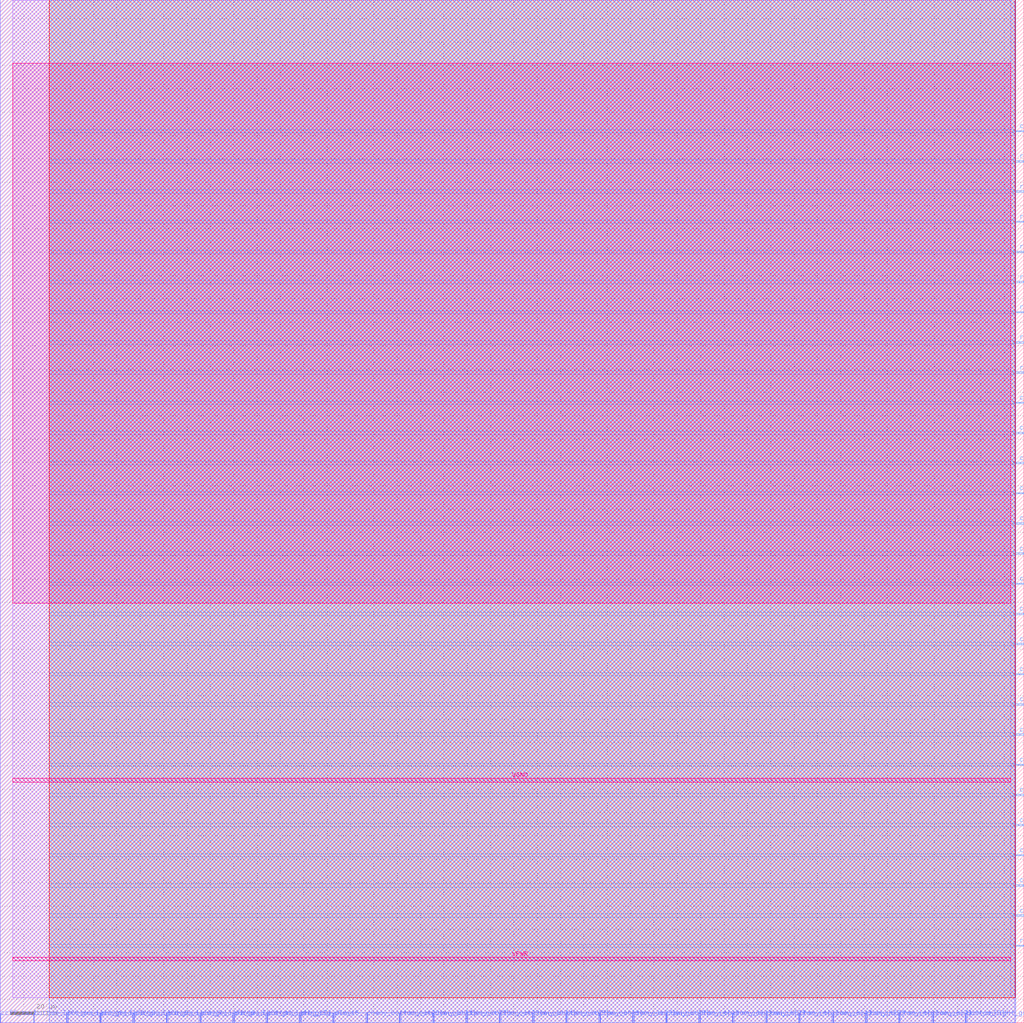
<source format=lef>
VERSION 5.7 ;
  NAMESCASESENSITIVE ON ;
  NOWIREEXTENSIONATPIN ON ;
  DIVIDERCHAR "/" ;
  BUSBITCHARS "[]" ;
UNITS
  DATABASE MICRONS 200 ;
END UNITS

MACRO sb_0__3_
  CLASS BLOCK ;
  FOREIGN sb_0__3_ ;
  ORIGIN 0.000 0.000 ;
  SIZE 438.375 BY 438.160 ;
  PIN right_bottom_grid_pin_12_
    DIRECTION INPUT ;
    PORT
      LAYER met3 ;
        RECT 434.375 32.680 438.375 33.280 ;
    END
  END right_bottom_grid_pin_12_
  PIN chanx_right_out[0]
    DIRECTION OUTPUT TRISTATE ;
    PORT
      LAYER met3 ;
        RECT 434.375 45.600 438.375 46.200 ;
    END
  END chanx_right_out[0]
  PIN chanx_right_out[1]
    DIRECTION OUTPUT TRISTATE ;
    PORT
      LAYER met3 ;
        RECT 434.375 58.520 438.375 59.120 ;
    END
  END chanx_right_out[1]
  PIN chanx_right_out[2]
    DIRECTION OUTPUT TRISTATE ;
    PORT
      LAYER met3 ;
        RECT 434.375 71.440 438.375 72.040 ;
    END
  END chanx_right_out[2]
  PIN chanx_right_out[3]
    DIRECTION OUTPUT TRISTATE ;
    PORT
      LAYER met3 ;
        RECT 434.375 84.360 438.375 84.960 ;
    END
  END chanx_right_out[3]
  PIN chanx_right_out[4]
    DIRECTION OUTPUT TRISTATE ;
    PORT
      LAYER met3 ;
        RECT 434.375 97.280 438.375 97.880 ;
    END
  END chanx_right_out[4]
  PIN chanx_right_out[5]
    DIRECTION OUTPUT TRISTATE ;
    PORT
      LAYER met3 ;
        RECT 434.375 110.200 438.375 110.800 ;
    END
  END chanx_right_out[5]
  PIN chanx_right_out[6]
    DIRECTION OUTPUT TRISTATE ;
    PORT
      LAYER met3 ;
        RECT 434.375 123.120 438.375 123.720 ;
    END
  END chanx_right_out[6]
  PIN chanx_right_out[7]
    DIRECTION OUTPUT TRISTATE ;
    PORT
      LAYER met3 ;
        RECT 434.375 136.040 438.375 136.640 ;
    END
  END chanx_right_out[7]
  PIN chanx_right_out[8]
    DIRECTION OUTPUT TRISTATE ;
    PORT
      LAYER met3 ;
        RECT 434.375 148.960 438.375 149.560 ;
    END
  END chanx_right_out[8]
  PIN chanx_right_in[0]
    DIRECTION INPUT ;
    PORT
      LAYER met3 ;
        RECT 434.375 161.880 438.375 162.480 ;
    END
  END chanx_right_in[0]
  PIN chanx_right_in[1]
    DIRECTION INPUT ;
    PORT
      LAYER met3 ;
        RECT 434.375 174.800 438.375 175.400 ;
    END
  END chanx_right_in[1]
  PIN chanx_right_in[2]
    DIRECTION INPUT ;
    PORT
      LAYER met3 ;
        RECT 434.375 187.720 438.375 188.320 ;
    END
  END chanx_right_in[2]
  PIN chanx_right_in[3]
    DIRECTION INPUT ;
    PORT
      LAYER met3 ;
        RECT 434.375 200.640 438.375 201.240 ;
    END
  END chanx_right_in[3]
  PIN chanx_right_in[4]
    DIRECTION INPUT ;
    PORT
      LAYER met3 ;
        RECT 434.375 213.560 438.375 214.160 ;
    END
  END chanx_right_in[4]
  PIN chanx_right_in[5]
    DIRECTION INPUT ;
    PORT
      LAYER met3 ;
        RECT 434.375 226.480 438.375 227.080 ;
    END
  END chanx_right_in[5]
  PIN chanx_right_in[6]
    DIRECTION INPUT ;
    PORT
      LAYER met3 ;
        RECT 434.375 239.400 438.375 240.000 ;
    END
  END chanx_right_in[6]
  PIN chanx_right_in[7]
    DIRECTION INPUT ;
    PORT
      LAYER met3 ;
        RECT 434.375 252.320 438.375 252.920 ;
    END
  END chanx_right_in[7]
  PIN chanx_right_in[8]
    DIRECTION INPUT ;
    PORT
      LAYER met3 ;
        RECT 434.375 265.240 438.375 265.840 ;
    END
  END chanx_right_in[8]
  PIN right_top_grid_pin_1_
    DIRECTION INPUT ;
    PORT
      LAYER met3 ;
        RECT 434.375 278.160 438.375 278.760 ;
    END
  END right_top_grid_pin_1_
  PIN right_top_grid_pin_3_
    DIRECTION INPUT ;
    PORT
      LAYER met3 ;
        RECT 434.375 291.080 438.375 291.680 ;
    END
  END right_top_grid_pin_3_
  PIN right_top_grid_pin_5_
    DIRECTION INPUT ;
    PORT
      LAYER met3 ;
        RECT 434.375 304.000 438.375 304.600 ;
    END
  END right_top_grid_pin_5_
  PIN right_top_grid_pin_7_
    DIRECTION INPUT ;
    PORT
      LAYER met3 ;
        RECT 434.375 316.920 438.375 317.520 ;
    END
  END right_top_grid_pin_7_
  PIN right_top_grid_pin_9_
    DIRECTION INPUT ;
    PORT
      LAYER met3 ;
        RECT 434.375 329.840 438.375 330.440 ;
    END
  END right_top_grid_pin_9_
  PIN right_top_grid_pin_11_
    DIRECTION INPUT ;
    PORT
      LAYER met3 ;
        RECT 434.375 342.760 438.375 343.360 ;
    END
  END right_top_grid_pin_11_
  PIN right_top_grid_pin_13_
    DIRECTION INPUT ;
    PORT
      LAYER met3 ;
        RECT 434.375 355.680 438.375 356.280 ;
    END
  END right_top_grid_pin_13_
  PIN right_top_grid_pin_15_
    DIRECTION INPUT ;
    PORT
      LAYER met3 ;
        RECT 434.375 368.600 438.375 369.200 ;
    END
  END right_top_grid_pin_15_
  PIN ccff_head
    DIRECTION INPUT ;
    PORT
      LAYER met3 ;
        RECT 434.375 381.520 438.375 382.120 ;
    END
  END ccff_head
  PIN ccff_tail
    DIRECTION OUTPUT TRISTATE ;
    PORT
      LAYER met2 ;
        RECT 0.020 0.000 0.300 4.000 ;
    END
  END ccff_tail
  PIN bottom_left_grid_pin_1_
    DIRECTION INPUT ;
    PORT
      LAYER met2 ;
        RECT 14.280 0.000 14.560 4.000 ;
    END
  END bottom_left_grid_pin_1_
  PIN bottom_left_grid_pin_3_
    DIRECTION INPUT ;
    PORT
      LAYER met2 ;
        RECT 28.540 0.000 28.820 4.000 ;
    END
  END bottom_left_grid_pin_3_
  PIN bottom_left_grid_pin_5_
    DIRECTION INPUT ;
    PORT
      LAYER met2 ;
        RECT 42.800 0.000 43.080 4.000 ;
    END
  END bottom_left_grid_pin_5_
  PIN bottom_left_grid_pin_7_
    DIRECTION INPUT ;
    PORT
      LAYER met2 ;
        RECT 57.060 0.000 57.340 4.000 ;
    END
  END bottom_left_grid_pin_7_
  PIN bottom_left_grid_pin_9_
    DIRECTION INPUT ;
    PORT
      LAYER met2 ;
        RECT 71.320 0.000 71.600 4.000 ;
    END
  END bottom_left_grid_pin_9_
  PIN bottom_left_grid_pin_11_
    DIRECTION INPUT ;
    PORT
      LAYER met2 ;
        RECT 85.580 0.000 85.860 4.000 ;
    END
  END bottom_left_grid_pin_11_
  PIN bottom_left_grid_pin_13_
    DIRECTION INPUT ;
    PORT
      LAYER met2 ;
        RECT 99.840 0.000 100.120 4.000 ;
    END
  END bottom_left_grid_pin_13_
  PIN bottom_left_grid_pin_15_
    DIRECTION OUTPUT TRISTATE ;
    PORT
      LAYER met2 ;
        RECT 114.100 0.000 114.380 4.000 ;
    END
  END bottom_left_grid_pin_15_
  PIN prog_clk
    DIRECTION INPUT ;
    PORT
      LAYER met2 ;
        RECT 128.360 0.000 128.640 4.000 ;
    END
  END prog_clk
  PIN pReset
    DIRECTION INPUT ;
    PORT
      LAYER met2 ;
        RECT 142.620 0.000 142.900 4.000 ;
    END
  END pReset
  PIN chany_bottom_out[0]
    DIRECTION OUTPUT TRISTATE ;
    PORT
      LAYER met2 ;
        RECT 156.880 0.000 157.160 4.000 ;
    END
  END chany_bottom_out[0]
  PIN chany_bottom_out[1]
    DIRECTION OUTPUT TRISTATE ;
    PORT
      LAYER met2 ;
        RECT 171.140 0.000 171.420 4.000 ;
    END
  END chany_bottom_out[1]
  PIN chany_bottom_out[2]
    DIRECTION OUTPUT TRISTATE ;
    PORT
      LAYER met2 ;
        RECT 185.400 0.000 185.680 4.000 ;
    END
  END chany_bottom_out[2]
  PIN chany_bottom_out[3]
    DIRECTION OUTPUT TRISTATE ;
    PORT
      LAYER met2 ;
        RECT 199.660 0.000 199.940 4.000 ;
    END
  END chany_bottom_out[3]
  PIN chany_bottom_out[4]
    DIRECTION OUTPUT TRISTATE ;
    PORT
      LAYER met2 ;
        RECT 213.920 0.000 214.200 4.000 ;
    END
  END chany_bottom_out[4]
  PIN chany_bottom_out[5]
    DIRECTION OUTPUT TRISTATE ;
    PORT
      LAYER met2 ;
        RECT 228.180 0.000 228.460 4.000 ;
    END
  END chany_bottom_out[5]
  PIN chany_bottom_out[6]
    DIRECTION OUTPUT TRISTATE ;
    PORT
      LAYER met2 ;
        RECT 242.440 0.000 242.720 4.000 ;
    END
  END chany_bottom_out[6]
  PIN chany_bottom_out[7]
    DIRECTION OUTPUT TRISTATE ;
    PORT
      LAYER met2 ;
        RECT 256.700 0.000 256.980 4.000 ;
    END
  END chany_bottom_out[7]
  PIN chany_bottom_out[8]
    DIRECTION OUTPUT TRISTATE ;
    PORT
      LAYER met2 ;
        RECT 270.960 0.000 271.240 4.000 ;
    END
  END chany_bottom_out[8]
  PIN chany_bottom_in[0]
    DIRECTION INPUT ;
    PORT
      LAYER met2 ;
        RECT 285.220 0.000 285.500 4.000 ;
    END
  END chany_bottom_in[0]
  PIN chany_bottom_in[1]
    DIRECTION INPUT ;
    PORT
      LAYER met2 ;
        RECT 299.480 0.000 299.760 4.000 ;
    END
  END chany_bottom_in[1]
  PIN chany_bottom_in[2]
    DIRECTION INPUT ;
    PORT
      LAYER met2 ;
        RECT 313.740 0.000 314.020 4.000 ;
    END
  END chany_bottom_in[2]
  PIN chany_bottom_in[3]
    DIRECTION INPUT ;
    PORT
      LAYER met2 ;
        RECT 328.000 0.000 328.280 4.000 ;
    END
  END chany_bottom_in[3]
  PIN chany_bottom_in[4]
    DIRECTION INPUT ;
    PORT
      LAYER met2 ;
        RECT 342.260 0.000 342.540 4.000 ;
    END
  END chany_bottom_in[4]
  PIN chany_bottom_in[5]
    DIRECTION INPUT ;
    PORT
      LAYER met2 ;
        RECT 356.520 0.000 356.800 4.000 ;
    END
  END chany_bottom_in[5]
  PIN chany_bottom_in[6]
    DIRECTION INPUT ;
    PORT
      LAYER met2 ;
        RECT 370.780 0.000 371.060 4.000 ;
    END
  END chany_bottom_in[6]
  PIN chany_bottom_in[7]
    DIRECTION INPUT ;
    PORT
      LAYER met2 ;
        RECT 385.040 0.000 385.320 4.000 ;
    END
  END chany_bottom_in[7]
  PIN chany_bottom_in[8]
    DIRECTION INPUT ;
    PORT
      LAYER met2 ;
        RECT 399.300 0.000 399.580 4.000 ;
    END
  END chany_bottom_in[8]
  PIN bottom_right_grid_pin_11_
    DIRECTION INPUT ;
    PORT
      LAYER met2 ;
        RECT 413.560 0.000 413.840 4.000 ;
    END
  END bottom_right_grid_pin_11_
  PIN VPWR
    DIRECTION INPUT ;
    USE POWER ;
    PORT
      LAYER met5 ;
        RECT 5.450 26.490 432.790 28.090 ;
    END
  END VPWR
  PIN VGND
    DIRECTION INPUT ;
    USE GROUND ;
    PORT
      LAYER met5 ;
        RECT 5.450 103.080 432.790 104.680 ;
    END
  END VGND
  OBS
      LAYER li1 ;
        RECT 5.450 10.795 432.790 438.005 ;
      LAYER met1 ;
        RECT 0.000 0.040 434.560 438.160 ;
      LAYER met2 ;
        RECT 21.030 4.280 435.000 438.160 ;
        RECT 21.030 0.010 28.260 4.280 ;
        RECT 29.100 0.010 42.520 4.280 ;
        RECT 43.360 0.010 56.780 4.280 ;
        RECT 57.620 0.010 71.040 4.280 ;
        RECT 71.880 0.010 85.300 4.280 ;
        RECT 86.140 0.010 99.560 4.280 ;
        RECT 100.400 0.010 113.820 4.280 ;
        RECT 114.660 0.010 128.080 4.280 ;
        RECT 128.920 0.010 142.340 4.280 ;
        RECT 143.180 0.010 156.600 4.280 ;
        RECT 157.440 0.010 170.860 4.280 ;
        RECT 171.700 0.010 185.120 4.280 ;
        RECT 185.960 0.010 199.380 4.280 ;
        RECT 200.220 0.010 213.640 4.280 ;
        RECT 214.480 0.010 227.900 4.280 ;
        RECT 228.740 0.010 242.160 4.280 ;
        RECT 243.000 0.010 256.420 4.280 ;
        RECT 257.260 0.010 270.680 4.280 ;
        RECT 271.520 0.010 284.940 4.280 ;
        RECT 285.780 0.010 299.200 4.280 ;
        RECT 300.040 0.010 313.460 4.280 ;
        RECT 314.300 0.010 327.720 4.280 ;
        RECT 328.560 0.010 341.980 4.280 ;
        RECT 342.820 0.010 356.240 4.280 ;
        RECT 357.080 0.010 370.500 4.280 ;
        RECT 371.340 0.010 384.760 4.280 ;
        RECT 385.600 0.010 399.020 4.280 ;
        RECT 399.860 0.010 413.280 4.280 ;
        RECT 414.120 0.010 435.000 4.280 ;
      LAYER met3 ;
        RECT 20.970 382.520 434.820 438.085 ;
        RECT 20.970 381.120 433.975 382.520 ;
        RECT 20.970 369.600 434.820 381.120 ;
        RECT 20.970 368.200 433.975 369.600 ;
        RECT 20.970 356.680 434.820 368.200 ;
        RECT 20.970 355.280 433.975 356.680 ;
        RECT 20.970 343.760 434.820 355.280 ;
        RECT 20.970 342.360 433.975 343.760 ;
        RECT 20.970 330.840 434.820 342.360 ;
        RECT 20.970 329.440 433.975 330.840 ;
        RECT 20.970 317.920 434.820 329.440 ;
        RECT 20.970 316.520 433.975 317.920 ;
        RECT 20.970 305.000 434.820 316.520 ;
        RECT 20.970 303.600 433.975 305.000 ;
        RECT 20.970 292.080 434.820 303.600 ;
        RECT 20.970 290.680 433.975 292.080 ;
        RECT 20.970 279.160 434.820 290.680 ;
        RECT 20.970 277.760 433.975 279.160 ;
        RECT 20.970 266.240 434.820 277.760 ;
        RECT 20.970 264.840 433.975 266.240 ;
        RECT 20.970 253.320 434.820 264.840 ;
        RECT 20.970 251.920 433.975 253.320 ;
        RECT 20.970 240.400 434.820 251.920 ;
        RECT 20.970 239.000 433.975 240.400 ;
        RECT 20.970 227.480 434.820 239.000 ;
        RECT 20.970 226.080 433.975 227.480 ;
        RECT 20.970 214.560 434.820 226.080 ;
        RECT 20.970 213.160 433.975 214.560 ;
        RECT 20.970 201.640 434.820 213.160 ;
        RECT 20.970 200.240 433.975 201.640 ;
        RECT 20.970 188.720 434.820 200.240 ;
        RECT 20.970 187.320 433.975 188.720 ;
        RECT 20.970 175.800 434.820 187.320 ;
        RECT 20.970 174.400 433.975 175.800 ;
        RECT 20.970 162.880 434.820 174.400 ;
        RECT 20.970 161.480 433.975 162.880 ;
        RECT 20.970 149.960 434.820 161.480 ;
        RECT 20.970 148.560 433.975 149.960 ;
        RECT 20.970 137.040 434.820 148.560 ;
        RECT 20.970 135.640 433.975 137.040 ;
        RECT 20.970 124.120 434.820 135.640 ;
        RECT 20.970 122.720 433.975 124.120 ;
        RECT 20.970 111.200 434.820 122.720 ;
        RECT 20.970 109.800 433.975 111.200 ;
        RECT 20.970 98.280 434.820 109.800 ;
        RECT 20.970 96.880 433.975 98.280 ;
        RECT 20.970 85.360 434.820 96.880 ;
        RECT 20.970 83.960 433.975 85.360 ;
        RECT 20.970 72.440 434.820 83.960 ;
        RECT 20.970 71.040 433.975 72.440 ;
        RECT 20.970 59.520 434.820 71.040 ;
        RECT 20.970 58.120 433.975 59.520 ;
        RECT 20.970 46.600 434.820 58.120 ;
        RECT 20.970 45.200 433.975 46.600 ;
        RECT 20.970 33.680 434.820 45.200 ;
        RECT 20.970 32.280 433.975 33.680 ;
        RECT 20.970 10.715 434.820 32.280 ;
      LAYER met4 ;
        RECT 20.970 10.640 434.795 438.160 ;
      LAYER met5 ;
        RECT 5.450 179.670 432.790 411.040 ;
  END
END sb_0__3_
END LIBRARY


</source>
